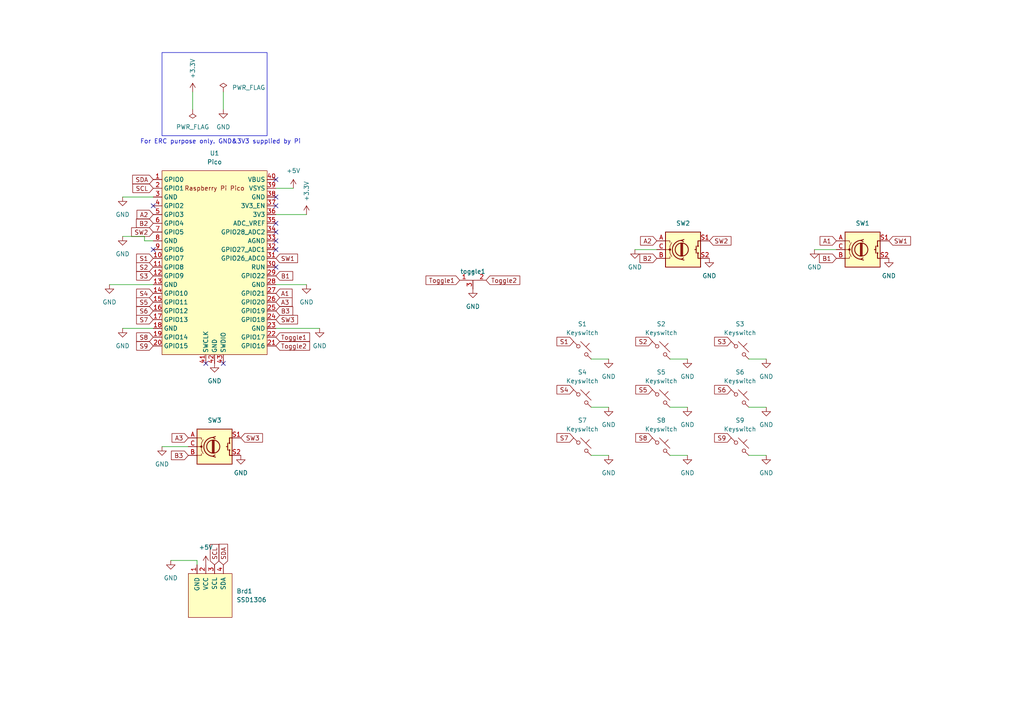
<source format=kicad_sch>
(kicad_sch (version 20230121) (generator eeschema)
  (paper "A4")
  (lib_symbols
    (symbol "Device:RotaryEncoder_Switch" (pin_names (offset 0.254) hide)
      (property "Reference" "SW" (at 0 6.604 0))
      (property "Value" "RotaryEncoder_Switch" (at 0 -6.604 0))
      (symbol "RotaryEncoder_Switch_0_1"
        (rectangle (start -5.08 5.08) (end 5.08 -5.08) (stroke (width 0.254)) (fill (type background)))
        (circle (center -3.81 0) (radius 0.254) (fill (type outline)))
        (circle (center -0.381 0) (radius 1.905) (stroke (width 0.254)))
        (arc (start -0.381 2.667) (mid -3.0988 -0.0635) (end -0.381 -2.794) (stroke (width 0.254)))
        (polyline (pts (xy -0.635 -1.778) (xy -0.635 1.778)) (stroke (width 0.254)))
        (polyline (pts (xy -0.381 -1.778) (xy -0.381 1.778)) (stroke (width 0.254)))
        (polyline (pts (xy -0.127 1.778) (xy -0.127 -1.778)) (stroke (width 0.254)))
        (polyline (pts (xy 3.81 0) (xy 3.429 0)) (stroke (width 0.254)))
        (polyline (pts (xy 3.81 1.016) (xy 3.81 -1.016)) (stroke (width 0.254)))
        (polyline (pts (xy -5.08 -2.54) (xy -3.81 -2.54) (xy -3.81 -2.032)))
        (polyline (pts (xy -5.08 2.54) (xy -3.81 2.54) (xy -3.81 2.032)))
        (polyline (pts (xy 0.254 -3.048) (xy -0.508 -2.794) (xy 0.127 -2.413)) (stroke (width 0.254)))
        (polyline (pts (xy 0.254 2.921) (xy -0.508 2.667) (xy 0.127 2.286)) (stroke (width 0.254)))
        (polyline (pts (xy 5.08 -2.54) (xy 4.318 -2.54) (xy 4.318 -1.016)) (stroke (width 0.254)))
        (polyline (pts (xy 5.08 2.54) (xy 4.318 2.54) (xy 4.318 1.016)) (stroke (width 0.254)))
        (polyline (pts (xy -5.08 0) (xy -3.81 0) (xy -3.81 -1.016) (xy -3.302 -2.032)))
        (polyline (pts (xy -4.318 0) (xy -3.81 0) (xy -3.81 1.016) (xy -3.302 2.032)))
        (circle (center 4.318 -1.016) (radius 0.127) (stroke (width 0.254)))
        (circle (center 4.318 1.016) (radius 0.127) (stroke (width 0.254)))
      )
      (symbol "RotaryEncoder_Switch_1_1"
        (pin passive line (at -7.62 2.54 0) (length 2.54) (name "A") (number "A"))
        (pin passive line (at -7.62 -2.54 0) (length 2.54) (name "B") (number "B"))
        (pin passive line (at -7.62 0 0) (length 2.54) (name "C") (number "C"))
        (pin passive line (at 7.62 2.54 180) (length 2.54) (name "S1") (number "S1"))
        (pin passive line (at 7.62 -2.54 180) (length 2.54) (name "S2") (number "S2"))
      )
    )
    (symbol "MCU_RaspberryPi_and_Boards:Pico"
      (property "Reference" "U" (at -13.97 27.94 0))
      (property "Value" "Pico" (at 0 19.05 0))
      (symbol "Pico_0_0"
        (text "Raspberry Pi Pico" (at 0 21.59 0) (effects (font (size 1.27 1.27))))
      )
      (symbol "Pico_0_1"
        (rectangle (start -15.24 26.67) (end 15.24 -26.67) (fill (type background)))
      )
      (symbol "Pico_1_1"
        (pin bidirectional line (at -17.78 24.13 0) (length 2.54) (name "GPIO0") (number "1"))
        (pin bidirectional line (at -17.78 1.27 0) (length 2.54) (name "GPIO7") (number "10"))
        (pin bidirectional line (at -17.78 -1.27 0) (length 2.54) (name "GPIO8") (number "11"))
        (pin bidirectional line (at -17.78 -3.81 0) (length 2.54) (name "GPIO9") (number "12"))
        (pin power_in line (at -17.78 -6.35 0) (length 2.54) (name "GND") (number "13"))
        (pin bidirectional line (at -17.78 -8.89 0) (length 2.54) (name "GPIO10") (number "14"))
        (pin bidirectional line (at -17.78 -11.43 0) (length 2.54) (name "GPIO11") (number "15"))
        (pin bidirectional line (at -17.78 -13.97 0) (length 2.54) (name "GPIO12") (number "16"))
        (pin bidirectional line (at -17.78 -16.51 0) (length 2.54) (name "GPIO13") (number "17"))
        (pin power_in line (at -17.78 -19.05 0) (length 2.54) (name "GND") (number "18"))
        (pin bidirectional line (at -17.78 -21.59 0) (length 2.54) (name "GPIO14") (number "19"))
        (pin bidirectional line (at -17.78 21.59 0) (length 2.54) (name "GPIO1") (number "2"))
        (pin bidirectional line (at -17.78 -24.13 0) (length 2.54) (name "GPIO15") (number "20"))
        (pin bidirectional line (at 17.78 -24.13 180) (length 2.54) (name "GPIO16") (number "21"))
        (pin bidirectional line (at 17.78 -21.59 180) (length 2.54) (name "GPIO17") (number "22"))
        (pin power_in line (at 17.78 -19.05 180) (length 2.54) (name "GND") (number "23"))
        (pin bidirectional line (at 17.78 -16.51 180) (length 2.54) (name "GPIO18") (number "24"))
        (pin bidirectional line (at 17.78 -13.97 180) (length 2.54) (name "GPIO19") (number "25"))
        (pin bidirectional line (at 17.78 -11.43 180) (length 2.54) (name "GPIO20") (number "26"))
        (pin bidirectional line (at 17.78 -8.89 180) (length 2.54) (name "GPIO21") (number "27"))
        (pin power_in line (at 17.78 -6.35 180) (length 2.54) (name "GND") (number "28"))
        (pin bidirectional line (at 17.78 -3.81 180) (length 2.54) (name "GPIO22") (number "29"))
        (pin power_in line (at -17.78 19.05 0) (length 2.54) (name "GND") (number "3"))
        (pin input line (at 17.78 -1.27 180) (length 2.54) (name "RUN") (number "30"))
        (pin bidirectional line (at 17.78 1.27 180) (length 2.54) (name "GPIO26_ADC0") (number "31"))
        (pin bidirectional line (at 17.78 3.81 180) (length 2.54) (name "GPIO27_ADC1") (number "32"))
        (pin power_in line (at 17.78 6.35 180) (length 2.54) (name "AGND") (number "33"))
        (pin bidirectional line (at 17.78 8.89 180) (length 2.54) (name "GPIO28_ADC2") (number "34"))
        (pin power_in line (at 17.78 11.43 180) (length 2.54) (name "ADC_VREF") (number "35"))
        (pin power_in line (at 17.78 13.97 180) (length 2.54) (name "3V3") (number "36"))
        (pin input line (at 17.78 16.51 180) (length 2.54) (name "3V3_EN") (number "37"))
        (pin bidirectional line (at 17.78 19.05 180) (length 2.54) (name "GND") (number "38"))
        (pin power_in line (at 17.78 21.59 180) (length 2.54) (name "VSYS") (number "39"))
        (pin bidirectional line (at -17.78 16.51 0) (length 2.54) (name "GPIO2") (number "4"))
        (pin power_in line (at 17.78 24.13 180) (length 2.54) (name "VBUS") (number "40"))
        (pin input line (at -2.54 -29.21 90) (length 2.54) (name "SWCLK") (number "41"))
        (pin power_in line (at 0 -29.21 90) (length 2.54) (name "GND") (number "42"))
        (pin bidirectional line (at 2.54 -29.21 90) (length 2.54) (name "SWDIO") (number "43"))
        (pin bidirectional line (at -17.78 13.97 0) (length 2.54) (name "GPIO3") (number "5"))
        (pin bidirectional line (at -17.78 11.43 0) (length 2.54) (name "GPIO4") (number "6"))
        (pin bidirectional line (at -17.78 8.89 0) (length 2.54) (name "GPIO5") (number "7"))
        (pin power_in line (at -17.78 6.35 0) (length 2.54) (name "GND") (number "8"))
        (pin bidirectional line (at -17.78 3.81 0) (length 2.54) (name "GPIO6") (number "9"))
      )
    )
    (symbol "Scotto keedbs:Placeholder_Keyswitch" (pin_numbers hide) (pin_names (offset 1.016) hide)
      (property "Reference" "S" (at 3.048 1.016 0))
      (property "Value" "Keyswitch" (at 0 -3.81 0))
      (symbol "Placeholder_Keyswitch_0_1"
        (circle (center -1.1684 1.1684) (radius 0.508))
        (polyline (pts (xy -0.508 2.54) (xy 2.54 -0.508)))
        (polyline (pts (xy 1.016 1.016) (xy 2.032 2.032)))
        (polyline (pts (xy -2.54 2.54) (xy -1.524 1.524) (xy -1.524 1.524)))
        (polyline (pts (xy 1.524 -1.524) (xy 2.54 -2.54) (xy 2.54 -2.54) (xy 2.54 -2.54)))
        (circle (center 1.143 -1.1938) (radius 0.508))
        (pin passive line (at -2.54 2.54 0) (length 0) (name "1") (number "1"))
        (pin passive line (at 2.54 -2.54 180) (length 0) (name "2") (number "2"))
      )
    )
    (symbol "dis:SSD1306" (pin_names (offset 1.016))
      (property "Reference" "Brd" (at 0 -3.81 0))
      (property "Value" "SSD1306" (at 0 -1.27 0))
      (symbol "SSD1306_0_1"
        (rectangle (start -6.35 6.35) (end 6.35 -6.35) (fill (type background)))
      )
      (symbol "SSD1306_1_1"
        (pin input line (at -3.81 8.89 270) (length 2.54) (name "GND") (number "1"))
        (pin input line (at -1.27 8.89 270) (length 2.54) (name "VCC") (number "2"))
        (pin input line (at 1.27 8.89 270) (length 2.54) (name "SCL") (number "3"))
        (pin input line (at 3.81 8.89 270) (length 2.54) (name "SDA") (number "4"))
      )
    )
    (symbol "power:+3.3V" (power) (pin_names (offset 0))
      (property "Value" "+3.3V" (at 0 3.556 0))
      (symbol "+3.3V_0_1"
        (polyline (pts (xy -0.762 1.27) (xy 0 2.54)))
        (polyline (pts (xy 0 0) (xy 0 2.54)))
        (polyline (pts (xy 0 2.54) (xy 0.762 1.27)))
      )
      (symbol "+3.3V_1_1"
        (pin power_in line (at 0 0 90) (length 0) hide (name "+3.3V") (number "1"))
      )
    )
    (symbol "power:+5V" (power) (pin_names (offset 0))
      (property "Value" "+5V" (at 0 3.556 0))
      (symbol "+5V_0_1"
        (polyline (pts (xy -0.762 1.27) (xy 0 2.54)))
        (polyline (pts (xy 0 0) (xy 0 2.54)))
        (polyline (pts (xy 0 2.54) (xy 0.762 1.27)))
      )
      (symbol "+5V_1_1"
        (pin power_in line (at 0 0 90) (length 0) hide (name "+5V") (number "1"))
      )
    )
    (symbol "power:GND" (power) (pin_names (offset 0))
      (property "Value" "GND" (at 0 -3.81 0))
      (symbol "GND_0_1"
        (polyline (pts (xy 0 0) (xy 0 -1.27) (xy 1.27 -1.27) (xy 0 -2.54) (xy -1.27 -1.27) (xy 0 -1.27)))
      )
      (symbol "GND_1_1"
        (pin power_in line (at 0 0 270) (length 0) hide (name "GND") (number "1"))
      )
    )
    (symbol "power:PWR_FLAG" (power) (pin_numbers hide) (pin_names (offset 0) hide)
      (property "Value" "PWR_FLAG" (at 0 3.81 0))
      (symbol "PWR_FLAG_0_0"
        (pin power_out line (at 0 0 90) (length 0) (name "pwr") (number "1"))
      )
      (symbol "PWR_FLAG_0_1"
        (polyline (pts (xy 0 0) (xy 0 1.27) (xy -1.016 1.905) (xy 0 2.54) (xy 1.016 1.905) (xy 0 1.27)))
      )
    )
    (symbol "toggle_on-off-on_1"
      (property "Reference" "toggle" (at 0 0 0))
      (symbol "toggle_on-off-on_1_0_1"
        (polyline (pts (xy -1.27 -2.54) (xy 1.27 -2.54) (xy 1.27 -2.54)))
      )
      (symbol "toggle_on-off-on_1_1_1"
        (pin output line (at -3.81 -2.54 0) (length 2.54) (name "") (number "1"))
        (pin output line (at 3.81 -2.54 180) (length 2.54) (name "") (number "2"))
        (pin input line (at 0 -5.08 90) (length 2.54) (name "") (number "3"))
      )
    )
  )
  (no_connect (at 80.01 67.31))
  (no_connect (at 80.01 64.77))
  (no_connect (at 80.01 69.85))
  (no_connect (at 44.45 72.39))
  (no_connect (at 80.01 57.15))
  (no_connect (at 64.77 105.41))
  (no_connect (at 59.69 105.41))
  (no_connect (at 80.01 52.07))
  (no_connect (at 80.01 59.69))
  (no_connect (at 80.01 72.39))
  (no_connect (at 44.45 59.69))
  (no_connect (at 80.01 77.47))
  (wire (pts (xy 222.25 118.11) (xy 217.17 118.11)))
  (wire (pts (xy 176.53 104.14) (xy 171.45 104.14)))
  (wire (pts (xy 222.25 132.08) (xy 217.17 132.08)))
  (wire (pts (xy 41.91 68.58) (xy 41.91 69.85)))
  (wire (pts (xy 92.71 95.25) (xy 80.01 95.25)))
  (wire (pts (xy 35.56 95.25) (xy 44.45 95.25)))
  (wire (pts (xy 85.09 54.61) (xy 80.01 54.61)))
  (wire (pts (xy 46.99 129.54) (xy 54.61 129.54)))
  (wire (pts (xy 199.39 118.11) (xy 194.31 118.11)))
  (wire (pts (xy 88.9 62.23) (xy 80.01 62.23)))
  (wire (pts (xy 80.01 82.55) (xy 88.9 82.55)))
  (wire (pts (xy 41.91 69.85) (xy 44.45 69.85)))
  (wire (pts (xy 64.77 26.67) (xy 64.77 31.75)))
  (wire (pts (xy 55.88 26.67) (xy 55.88 31.75)))
  (wire (pts (xy 176.53 132.08) (xy 171.45 132.08)))
  (wire (pts (xy 49.53 162.56) (xy 57.15 162.56)))
  (wire (pts (xy 176.53 118.11) (xy 171.45 118.11)))
  (wire (pts (xy 222.25 104.14) (xy 217.17 104.14)))
  (wire (pts (xy 199.39 132.08) (xy 194.31 132.08)))
  (wire (pts (xy 199.39 104.14) (xy 194.31 104.14)))
  (wire (pts (xy 31.75 82.55) (xy 44.45 82.55)))
  (wire (pts (xy 35.56 57.15) (xy 44.45 57.15)))
  (wire (pts (xy 236.22 72.39) (xy 242.57 72.39)))
  (wire (pts (xy 57.15 162.56) (xy 57.15 163.83)))
  (wire (pts (xy 184.15 72.39) (xy 190.5 72.39)))
  (wire (pts (xy 35.56 68.58) (xy 41.91 68.58)))
  (rectangle (start 46.99 15.24) (end 77.47 39.37))
  (text "For ERC purpose only. GND&3V3 supplied by Pi" (at 40.64 41.91 0) (effects (font (size 1.27 1.27)) (justify left bottom)))
  (global_label "S5" (shape input) (at 189.23 113.03 180) (property "Intersheetrefs" "${INTERSHEET_REFS}" (effects hide)))
  (global_label "S2" (shape input) (at 44.45 77.47 180) (property "Intersheetrefs" "${INTERSHEET_REFS}" (effects hide)))
  (global_label "S4" (shape input) (at 166.37 113.03 180) (property "Intersheetrefs" "${INTERSHEET_REFS}" (effects hide)))
  (global_label "SDA" (shape input) (at 64.77 163.83 90) (property "Intersheetrefs" "${INTERSHEET_REFS}" (effects hide)))
  (global_label "A2" (shape input) (at 190.5 69.85 180) (property "Intersheetrefs" "${INTERSHEET_REFS}" (effects hide)))
  (global_label "S3" (shape input) (at 212.09 99.06 180) (property "Intersheetrefs" "${INTERSHEET_REFS}" (effects hide)))
  (global_label "B2" (shape input) (at 44.45 64.77 180) (property "Intersheetrefs" "${INTERSHEET_REFS}" (effects hide)))
  (global_label "B3" (shape input) (at 54.61 132.08 180) (property "Intersheetrefs" "${INTERSHEET_REFS}" (effects hide)))
  (global_label "SCL" (shape input) (at 44.45 54.61 180) (property "Intersheetrefs" "${INTERSHEET_REFS}" (effects hide)))
  (global_label "SW3" (shape input) (at 69.85 127 0) (property "Intersheetrefs" "${INTERSHEET_REFS}" (effects hide)))
  (global_label "SCL" (shape input) (at 62.23 163.83 90) (property "Intersheetrefs" "${INTERSHEET_REFS}" (effects hide)))
  (global_label "SDA" (shape input) (at 44.45 52.07 180) (property "Intersheetrefs" "${INTERSHEET_REFS}" (effects hide)))
  (global_label "SW2" (shape input) (at 205.74 69.85 0) (property "Intersheetrefs" "${INTERSHEET_REFS}" (effects hide)))
  (global_label "SW2" (shape input) (at 44.45 67.31 180) (property "Intersheetrefs" "${INTERSHEET_REFS}" (effects hide)))
  (global_label "S9" (shape input) (at 212.09 127 180) (property "Intersheetrefs" "${INTERSHEET_REFS}" (effects hide)))
  (global_label "S9" (shape input) (at 44.45 100.33 180) (property "Intersheetrefs" "${INTERSHEET_REFS}" (effects hide)))
  (global_label "S1" (shape input) (at 44.45 74.93 180) (property "Intersheetrefs" "${INTERSHEET_REFS}" (effects hide)))
  (global_label "S5" (shape input) (at 44.45 87.63 180) (property "Intersheetrefs" "${INTERSHEET_REFS}" (effects hide)))
  (global_label "S7" (shape input) (at 44.45 92.71 180) (property "Intersheetrefs" "${INTERSHEET_REFS}" (effects hide)))
  (global_label "A3" (shape input) (at 80.01 87.63 0) (property "Intersheetrefs" "${INTERSHEET_REFS}" (effects hide)))
  (global_label "S8" (shape input) (at 44.45 97.79 180) (property "Intersheetrefs" "${INTERSHEET_REFS}" (effects hide)))
  (global_label "SW1" (shape input) (at 80.01 74.93 0) (property "Intersheetrefs" "${INTERSHEET_REFS}" (effects hide)))
  (global_label "S1" (shape input) (at 166.37 99.06 180) (property "Intersheetrefs" "${INTERSHEET_REFS}" (effects hide)))
  (global_label "S8" (shape input) (at 189.23 127 180) (property "Intersheetrefs" "${INTERSHEET_REFS}" (effects hide)))
  (global_label "S3" (shape input) (at 44.45 80.01 180) (property "Intersheetrefs" "${INTERSHEET_REFS}" (effects hide)))
  (global_label "SW1" (shape input) (at 257.81 69.85 0) (property "Intersheetrefs" "${INTERSHEET_REFS}" (effects hide)))
  (global_label "SW3" (shape input) (at 80.01 92.71 0) (property "Intersheetrefs" "${INTERSHEET_REFS}" (effects hide)))
  (global_label "A3" (shape input) (at 54.61 127 180) (property "Intersheetrefs" "${INTERSHEET_REFS}" (effects hide)))
  (global_label "Toggle2" (shape input) (at 140.97 81.28 0) (property "Intersheetrefs" "${INTERSHEET_REFS}" (effects hide)))
  (global_label "S2" (shape input) (at 189.23 99.06 180) (property "Intersheetrefs" "${INTERSHEET_REFS}" (effects hide)))
  (global_label "B1" (shape input) (at 242.57 74.93 180) (property "Intersheetrefs" "${INTERSHEET_REFS}" (effects hide)))
  (global_label "S6" (shape input) (at 44.45 90.17 180) (property "Intersheetrefs" "${INTERSHEET_REFS}" (effects hide)))
  (global_label "Toggle1" (shape input) (at 133.35 81.28 180) (property "Intersheetrefs" "${INTERSHEET_REFS}" (effects hide)))
  (global_label "S4" (shape input) (at 44.45 85.09 180) (property "Intersheetrefs" "${INTERSHEET_REFS}" (effects hide)))
  (global_label "S7" (shape input) (at 166.37 127 180) (property "Intersheetrefs" "${INTERSHEET_REFS}" (effects hide)))
  (global_label "B3" (shape input) (at 80.01 90.17 0) (property "Intersheetrefs" "${INTERSHEET_REFS}" (effects hide)))
  (global_label "A1" (shape input) (at 242.57 69.85 180) (property "Intersheetrefs" "${INTERSHEET_REFS}" (effects hide)))
  (global_label "B1" (shape input) (at 80.01 80.01 0) (property "Intersheetrefs" "${INTERSHEET_REFS}" (effects hide)))
  (global_label "A2" (shape input) (at 44.45 62.23 180) (property "Intersheetrefs" "${INTERSHEET_REFS}" (effects hide)))
  (global_label "A1" (shape input) (at 80.01 85.09 0) (property "Intersheetrefs" "${INTERSHEET_REFS}" (effects hide)))
  (global_label "Toggle1" (shape input) (at 80.01 97.79 0) (property "Intersheetrefs" "${INTERSHEET_REFS}" (effects hide)))
  (global_label "S6" (shape input) (at 212.09 113.03 180) (property "Intersheetrefs" "${INTERSHEET_REFS}" (effects hide)))
  (global_label "B2" (shape input) (at 190.5 74.93 180) (property "Intersheetrefs" "${INTERSHEET_REFS}" (effects hide)))
  (global_label "Toggle2" (shape input) (at 80.01 100.33 0) (property "Intersheetrefs" "${INTERSHEET_REFS}" (effects hide)))
  (symbol (lib_id "power:GND") (at 62.23 105.41 0) (unit 1)
    (property "Reference" "#PWR027" (effects hide))
    (property "Value" "GND" (at 62.23 110.49 0))
  )
  (symbol (lib_id "power:+3.3V") (at 55.88 26.67 0) (unit 1)
    (property "Reference" "#PWR026" (effects hide))
    (property "Value" "+3.3V" (at 55.88 22.86 90) (effects (justify left)))
  )
  (symbol (lib_id "power:GND") (at 184.15 72.39 0) (unit 1)
    (property "Reference" "#PWR02" (effects hide))
    (property "Value" "GND" (at 184.15 77.47 0))
  )
  (symbol (lib_id "power:GND") (at 199.39 118.11 0) (unit 1)
    (property "Reference" "#PWR013" (effects hide))
    (property "Value" "GND" (at 199.39 123.19 0))
  )
  (symbol (lib_id "Scotto keedbs:Placeholder_Keyswitch") (at 191.77 129.54 0) (unit 1)
    (property "Reference" "S8" (at 191.77 121.92 0))
    (property "Value" "Keyswitch" (at 191.77 124.46 0))
    (property "Footprint" "s_MX:MX_PCB_1.00u" (effects hide))
  )
  (symbol (lib_id "power:GND") (at 35.56 68.58 0) (unit 1)
    (property "Reference" "#PWR029" (effects hide))
    (property "Value" "GND" (at 35.56 73.66 0))
  )
  (symbol (lib_id "Scotto keedbs:Placeholder_Keyswitch") (at 214.63 129.54 0) (unit 1)
    (property "Reference" "S9" (at 214.63 121.92 0))
    (property "Value" "Keyswitch" (at 214.63 124.46 0))
    (property "Footprint" "s_MX:MX_PCB_1.00u" (effects hide))
  )
  (symbol (lib_id "Scotto keedbs:Placeholder_Keyswitch") (at 168.91 115.57 0) (unit 1)
    (property "Reference" "S4" (at 168.91 107.95 0))
    (property "Value" "Keyswitch" (at 168.91 110.49 0))
    (property "Footprint" "s_MX:MX_PCB_1.00u" (effects hide))
  )
  (symbol (lib_id "Scotto keedbs:Placeholder_Keyswitch") (at 214.63 101.6 0) (unit 1)
    (property "Reference" "S3" (at 214.63 93.98 0))
    (property "Value" "Keyswitch" (at 214.63 96.52 0))
    (property "Footprint" "s_MX:MX_PCB_1.00u" (effects hide))
  )
  (symbol (lib_name "toggle_on-off-on_1") (lib_id "Switch:toggle_on-off-on") (at 137.16 78.74 0) (unit 1)
    (property "Reference" "toggle1" (at 137.16 78.74 0))
    (property "Value" "~" (at 137.16 78.74 0))
    (property "Footprint" "Button_Switch_THT:Toggle on-off-on" (effects hide))
  )
  (symbol (lib_id "power:+5V") (at 59.69 163.83 0) (unit 1)
    (property "Reference" "#PWR01" (effects hide))
    (property "Value" "+5V" (at 59.69 158.75 0))
  )
  (symbol (lib_id "power:GND") (at 176.53 132.08 0) (unit 1)
    (property "Reference" "#PWR015" (effects hide))
    (property "Value" "GND" (at 176.53 137.16 0))
  )
  (symbol (lib_id "power:PWR_FLAG") (at 64.77 26.67 0) (unit 1)
    (property "Reference" "#FLG02" (effects hide))
    (property "Value" "PWR_FLAG" (at 67.31 25.4 0) (effects (justify left)))
  )
  (symbol (lib_id "power:GND") (at 176.53 104.14 0) (unit 1)
    (property "Reference" "#PWR09" (effects hide))
    (property "Value" "GND" (at 176.53 109.22 0))
  )
  (symbol (lib_id "power:GND") (at 92.71 95.25 0) (unit 1)
    (property "Reference" "#PWR07" (effects hide))
    (property "Value" "GND" (at 92.71 100.33 0))
  )
  (symbol (lib_id "power:GND") (at 199.39 132.08 0) (unit 1)
    (property "Reference" "#PWR016" (effects hide))
    (property "Value" "GND" (at 199.39 137.16 0))
  )
  (symbol (lib_id "power:GND") (at 88.9 82.55 0) (unit 1)
    (property "Reference" "#PWR025" (effects hide))
    (property "Value" "GND" (at 88.9 87.63 0))
  )
  (symbol (lib_id "power:GND") (at 222.25 132.08 0) (unit 1)
    (property "Reference" "#PWR017" (effects hide))
    (property "Value" "GND" (at 222.25 137.16 0))
  )
  (symbol (lib_id "Device:RotaryEncoder_Switch") (at 250.19 72.39 0) (unit 1)
    (property "Reference" "SW1" (at 250.19 64.77 0))
    (property "Value" "RotaryEncoder_Switch" (effects hide))
    (property "Footprint" "Rotary_Encoder:RotaryEncoder_Alps_EC11E-Switch_Vertical_H20mm" (effects hide))
  )
  (symbol (lib_id "power:GND") (at 199.39 104.14 0) (unit 1)
    (property "Reference" "#PWR010" (effects hide))
    (property "Value" "GND" (at 199.39 109.22 0))
  )
  (symbol (lib_id "power:GND") (at 35.56 95.25 0) (unit 1)
    (property "Reference" "#PWR028" (effects hide))
    (property "Value" "GND" (at 35.56 100.33 0))
  )
  (symbol (lib_id "power:PWR_FLAG") (at 55.88 31.75 180) (unit 1)
    (property "Reference" "#FLG01" (effects hide))
    (property "Value" "PWR_FLAG" (at 55.88 36.83 0))
  )
  (symbol (lib_id "Scotto keedbs:Placeholder_Keyswitch") (at 191.77 115.57 0) (unit 1)
    (property "Reference" "S5" (at 191.77 107.95 0))
    (property "Value" "Keyswitch" (at 191.77 110.49 0))
    (property "Footprint" "s_MX:MX_PCB_1.00u" (effects hide))
  )
  (symbol (lib_id "power:GND") (at 64.77 31.75 0) (unit 1)
    (property "Reference" "#PWR030" (effects hide))
    (property "Value" "GND" (at 64.77 36.83 0))
  )
  (symbol (lib_id "power:GND") (at 222.25 118.11 0) (unit 1)
    (property "Reference" "#PWR012" (effects hide))
    (property "Value" "GND" (at 222.25 123.19 0))
  )
  (symbol (lib_id "power:+5V") (at 85.09 54.61 0) (unit 1)
    (property "Reference" "#PWR04" (effects hide))
    (property "Value" "+5V" (at 85.09 49.53 0))
  )
  (symbol (lib_id "Scotto keedbs:Placeholder_Keyswitch") (at 191.77 101.6 0) (unit 1)
    (property "Reference" "S2" (at 191.77 93.98 0))
    (property "Value" "Keyswitch" (at 191.77 96.52 0))
    (property "Footprint" "s_MX:MX_PCB_1.00u" (effects hide))
  )
  (symbol (lib_id "Device:RotaryEncoder_Switch") (at 198.12 72.39 0) (unit 1)
    (property "Reference" "SW2" (at 198.12 64.77 0))
    (property "Value" "RotaryEncoder_Switch" (effects hide))
    (property "Footprint" "Rotary_Encoder:RotaryEncoder_Alps_EC11E-Switch_Vertical_H20mm" (effects hide))
  )
  (symbol (lib_id "power:GND") (at 176.53 118.11 0) (unit 1)
    (property "Reference" "#PWR014" (effects hide))
    (property "Value" "GND" (at 176.53 123.19 0))
  )
  (symbol (lib_id "power:GND") (at 222.25 104.14 0) (unit 1)
    (property "Reference" "#PWR011" (effects hide))
    (property "Value" "GND" (at 222.25 109.22 0))
  )
  (symbol (lib_id "power:GND") (at 257.81 74.93 0) (unit 1)
    (property "Reference" "#PWR034" (effects hide))
    (property "Value" "GND" (at 257.81 80.01 0))
  )
  (symbol (lib_id "power:GND") (at 31.75 82.55 0) (unit 1)
    (property "Reference" "#PWR022" (effects hide))
    (property "Value" "GND" (at 31.75 87.63 0))
  )
  (symbol (lib_id "power:GND") (at 205.74 74.93 0) (unit 1)
    (property "Reference" "#PWR03" (effects hide))
    (property "Value" "GND" (at 205.74 80.01 0))
  )
  (symbol (lib_id "Scotto keedbs:Placeholder_Keyswitch") (at 168.91 129.54 0) (unit 1)
    (property "Reference" "S7" (at 168.91 121.92 0))
    (property "Value" "Keyswitch" (at 168.91 124.46 0))
    (property "Footprint" "s_MX:MX_PCB_1.00u" (effects hide))
  )
  (symbol (lib_id "power:GND") (at 49.53 162.56 0) (unit 1)
    (property "Reference" "#PWR020" (effects hide))
    (property "Value" "GND" (at 49.53 167.64 0))
  )
  (symbol (lib_id "power:+3.3V") (at 88.9 62.23 0) (unit 1)
    (property "Reference" "#PWR024" (effects hide))
    (property "Value" "+3.3V" (at 88.9 58.42 90) (effects (justify left)))
  )
  (symbol (lib_id "Device:RotaryEncoder_Switch") (at 62.23 129.54 0) (unit 1)
    (property "Reference" "SW3" (at 62.23 121.92 0))
    (property "Value" "RotaryEncoder_Switch" (effects hide))
    (property "Footprint" "Rotary_Encoder:RotaryEncoder_Alps_EC11E-Switch_Vertical_H20mm" (effects hide))
  )
  (symbol (lib_id "power:GND") (at 35.56 57.15 0) (unit 1)
    (property "Reference" "#PWR023" (effects hide))
    (property "Value" "GND" (at 35.56 62.23 0))
  )
  (symbol (lib_id "dis:SSD1306") (at 60.96 172.72 0) (unit 1)
    (property "Reference" "Brd1" (at 68.58 171.45 0) (effects (justify left)))
    (property "Value" "SSD1306" (at 68.58 173.99 0) (effects (justify left)))
    (property "Footprint" "dsada:128x64OLED" (effects hide))
  )
  (symbol (lib_id "Scotto keedbs:Placeholder_Keyswitch") (at 168.91 101.6 0) (unit 1)
    (property "Reference" "S1" (at 168.91 93.98 0))
    (property "Value" "Keyswitch" (at 168.91 96.52 0))
    (property "Footprint" "s_MX:MX_PCB_1.00u" (effects hide))
  )
  (symbol (lib_id "MCU_RaspberryPi_and_Boards:Pico") (at 62.23 76.2 0) (unit 1)
    (property "Reference" "U1" (at 62.23 44.45 0))
    (property "Value" "Pico" (at 62.23 46.99 0))
    (property "Footprint" "MCU_RaspberryPi_and_Boards:RPi_Pico_SMD_TH" (effects hide))
  )
  (symbol (lib_id "Scotto keedbs:Placeholder_Keyswitch") (at 214.63 115.57 0) (unit 1)
    (property "Reference" "S6" (at 214.63 107.95 0))
    (property "Value" "Keyswitch" (at 214.63 110.49 0))
    (property "Footprint" "s_MX:MX_PCB_1.00u" (effects hide))
  )
  (symbol (lib_id "power:GND") (at 137.16 83.82 0) (unit 1)
    (property "Reference" "#PWR08" (effects hide))
    (property "Value" "GND" (at 137.16 88.9 0))
  )
  (symbol (lib_id "power:GND") (at 46.99 129.54 0) (unit 1)
    (property "Reference" "#PWR05" (effects hide))
    (property "Value" "GND" (at 46.99 134.62 0))
  )
  (symbol (lib_id "power:GND") (at 236.22 72.39 0) (unit 1)
    (property "Reference" "#PWR033" (effects hide))
    (property "Value" "GND" (at 236.22 77.47 0))
  )
  (symbol (lib_id "power:GND") (at 69.85 132.08 0) (unit 1)
    (property "Reference" "#PWR06" (effects hide))
    (property "Value" "GND" (at 69.85 137.16 0))
  )
)
</source>
